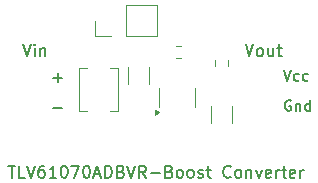
<source format=gto>
G04 #@! TF.GenerationSoftware,KiCad,Pcbnew,8.0.2*
G04 #@! TF.CreationDate,2024-05-22T23:10:01-04:00*
G04 #@! TF.ProjectId,BoostConverter-TLV61070ADBVR,426f6f73-7443-46f6-9e76-65727465722d,rev?*
G04 #@! TF.SameCoordinates,Original*
G04 #@! TF.FileFunction,Legend,Top*
G04 #@! TF.FilePolarity,Positive*
%FSLAX46Y46*%
G04 Gerber Fmt 4.6, Leading zero omitted, Abs format (unit mm)*
G04 Created by KiCad (PCBNEW 8.0.2) date 2024-05-22 23:10:01*
%MOMM*%
%LPD*%
G01*
G04 APERTURE LIST*
%ADD10C,0.150000*%
%ADD11C,0.050000*%
%ADD12C,0.120000*%
G04 APERTURE END LIST*
D10*
X110186779Y-78238866D02*
X110948684Y-78238866D01*
X106378282Y-83169819D02*
X106949710Y-83169819D01*
X106663996Y-84169819D02*
X106663996Y-83169819D01*
X107759234Y-84169819D02*
X107283044Y-84169819D01*
X107283044Y-84169819D02*
X107283044Y-83169819D01*
X107949711Y-83169819D02*
X108283044Y-84169819D01*
X108283044Y-84169819D02*
X108616377Y-83169819D01*
X109378282Y-83169819D02*
X109187806Y-83169819D01*
X109187806Y-83169819D02*
X109092568Y-83217438D01*
X109092568Y-83217438D02*
X109044949Y-83265057D01*
X109044949Y-83265057D02*
X108949711Y-83407914D01*
X108949711Y-83407914D02*
X108902092Y-83598390D01*
X108902092Y-83598390D02*
X108902092Y-83979342D01*
X108902092Y-83979342D02*
X108949711Y-84074580D01*
X108949711Y-84074580D02*
X108997330Y-84122200D01*
X108997330Y-84122200D02*
X109092568Y-84169819D01*
X109092568Y-84169819D02*
X109283044Y-84169819D01*
X109283044Y-84169819D02*
X109378282Y-84122200D01*
X109378282Y-84122200D02*
X109425901Y-84074580D01*
X109425901Y-84074580D02*
X109473520Y-83979342D01*
X109473520Y-83979342D02*
X109473520Y-83741247D01*
X109473520Y-83741247D02*
X109425901Y-83646009D01*
X109425901Y-83646009D02*
X109378282Y-83598390D01*
X109378282Y-83598390D02*
X109283044Y-83550771D01*
X109283044Y-83550771D02*
X109092568Y-83550771D01*
X109092568Y-83550771D02*
X108997330Y-83598390D01*
X108997330Y-83598390D02*
X108949711Y-83646009D01*
X108949711Y-83646009D02*
X108902092Y-83741247D01*
X110425901Y-84169819D02*
X109854473Y-84169819D01*
X110140187Y-84169819D02*
X110140187Y-83169819D01*
X110140187Y-83169819D02*
X110044949Y-83312676D01*
X110044949Y-83312676D02*
X109949711Y-83407914D01*
X109949711Y-83407914D02*
X109854473Y-83455533D01*
X111044949Y-83169819D02*
X111140187Y-83169819D01*
X111140187Y-83169819D02*
X111235425Y-83217438D01*
X111235425Y-83217438D02*
X111283044Y-83265057D01*
X111283044Y-83265057D02*
X111330663Y-83360295D01*
X111330663Y-83360295D02*
X111378282Y-83550771D01*
X111378282Y-83550771D02*
X111378282Y-83788866D01*
X111378282Y-83788866D02*
X111330663Y-83979342D01*
X111330663Y-83979342D02*
X111283044Y-84074580D01*
X111283044Y-84074580D02*
X111235425Y-84122200D01*
X111235425Y-84122200D02*
X111140187Y-84169819D01*
X111140187Y-84169819D02*
X111044949Y-84169819D01*
X111044949Y-84169819D02*
X110949711Y-84122200D01*
X110949711Y-84122200D02*
X110902092Y-84074580D01*
X110902092Y-84074580D02*
X110854473Y-83979342D01*
X110854473Y-83979342D02*
X110806854Y-83788866D01*
X110806854Y-83788866D02*
X110806854Y-83550771D01*
X110806854Y-83550771D02*
X110854473Y-83360295D01*
X110854473Y-83360295D02*
X110902092Y-83265057D01*
X110902092Y-83265057D02*
X110949711Y-83217438D01*
X110949711Y-83217438D02*
X111044949Y-83169819D01*
X111711616Y-83169819D02*
X112378282Y-83169819D01*
X112378282Y-83169819D02*
X111949711Y-84169819D01*
X112949711Y-83169819D02*
X113044949Y-83169819D01*
X113044949Y-83169819D02*
X113140187Y-83217438D01*
X113140187Y-83217438D02*
X113187806Y-83265057D01*
X113187806Y-83265057D02*
X113235425Y-83360295D01*
X113235425Y-83360295D02*
X113283044Y-83550771D01*
X113283044Y-83550771D02*
X113283044Y-83788866D01*
X113283044Y-83788866D02*
X113235425Y-83979342D01*
X113235425Y-83979342D02*
X113187806Y-84074580D01*
X113187806Y-84074580D02*
X113140187Y-84122200D01*
X113140187Y-84122200D02*
X113044949Y-84169819D01*
X113044949Y-84169819D02*
X112949711Y-84169819D01*
X112949711Y-84169819D02*
X112854473Y-84122200D01*
X112854473Y-84122200D02*
X112806854Y-84074580D01*
X112806854Y-84074580D02*
X112759235Y-83979342D01*
X112759235Y-83979342D02*
X112711616Y-83788866D01*
X112711616Y-83788866D02*
X112711616Y-83550771D01*
X112711616Y-83550771D02*
X112759235Y-83360295D01*
X112759235Y-83360295D02*
X112806854Y-83265057D01*
X112806854Y-83265057D02*
X112854473Y-83217438D01*
X112854473Y-83217438D02*
X112949711Y-83169819D01*
X113663997Y-83884104D02*
X114140187Y-83884104D01*
X113568759Y-84169819D02*
X113902092Y-83169819D01*
X113902092Y-83169819D02*
X114235425Y-84169819D01*
X114568759Y-84169819D02*
X114568759Y-83169819D01*
X114568759Y-83169819D02*
X114806854Y-83169819D01*
X114806854Y-83169819D02*
X114949711Y-83217438D01*
X114949711Y-83217438D02*
X115044949Y-83312676D01*
X115044949Y-83312676D02*
X115092568Y-83407914D01*
X115092568Y-83407914D02*
X115140187Y-83598390D01*
X115140187Y-83598390D02*
X115140187Y-83741247D01*
X115140187Y-83741247D02*
X115092568Y-83931723D01*
X115092568Y-83931723D02*
X115044949Y-84026961D01*
X115044949Y-84026961D02*
X114949711Y-84122200D01*
X114949711Y-84122200D02*
X114806854Y-84169819D01*
X114806854Y-84169819D02*
X114568759Y-84169819D01*
X115902092Y-83646009D02*
X116044949Y-83693628D01*
X116044949Y-83693628D02*
X116092568Y-83741247D01*
X116092568Y-83741247D02*
X116140187Y-83836485D01*
X116140187Y-83836485D02*
X116140187Y-83979342D01*
X116140187Y-83979342D02*
X116092568Y-84074580D01*
X116092568Y-84074580D02*
X116044949Y-84122200D01*
X116044949Y-84122200D02*
X115949711Y-84169819D01*
X115949711Y-84169819D02*
X115568759Y-84169819D01*
X115568759Y-84169819D02*
X115568759Y-83169819D01*
X115568759Y-83169819D02*
X115902092Y-83169819D01*
X115902092Y-83169819D02*
X115997330Y-83217438D01*
X115997330Y-83217438D02*
X116044949Y-83265057D01*
X116044949Y-83265057D02*
X116092568Y-83360295D01*
X116092568Y-83360295D02*
X116092568Y-83455533D01*
X116092568Y-83455533D02*
X116044949Y-83550771D01*
X116044949Y-83550771D02*
X115997330Y-83598390D01*
X115997330Y-83598390D02*
X115902092Y-83646009D01*
X115902092Y-83646009D02*
X115568759Y-83646009D01*
X116425902Y-83169819D02*
X116759235Y-84169819D01*
X116759235Y-84169819D02*
X117092568Y-83169819D01*
X117997330Y-84169819D02*
X117663997Y-83693628D01*
X117425902Y-84169819D02*
X117425902Y-83169819D01*
X117425902Y-83169819D02*
X117806854Y-83169819D01*
X117806854Y-83169819D02*
X117902092Y-83217438D01*
X117902092Y-83217438D02*
X117949711Y-83265057D01*
X117949711Y-83265057D02*
X117997330Y-83360295D01*
X117997330Y-83360295D02*
X117997330Y-83503152D01*
X117997330Y-83503152D02*
X117949711Y-83598390D01*
X117949711Y-83598390D02*
X117902092Y-83646009D01*
X117902092Y-83646009D02*
X117806854Y-83693628D01*
X117806854Y-83693628D02*
X117425902Y-83693628D01*
X118425902Y-83788866D02*
X119187807Y-83788866D01*
X119997330Y-83646009D02*
X120140187Y-83693628D01*
X120140187Y-83693628D02*
X120187806Y-83741247D01*
X120187806Y-83741247D02*
X120235425Y-83836485D01*
X120235425Y-83836485D02*
X120235425Y-83979342D01*
X120235425Y-83979342D02*
X120187806Y-84074580D01*
X120187806Y-84074580D02*
X120140187Y-84122200D01*
X120140187Y-84122200D02*
X120044949Y-84169819D01*
X120044949Y-84169819D02*
X119663997Y-84169819D01*
X119663997Y-84169819D02*
X119663997Y-83169819D01*
X119663997Y-83169819D02*
X119997330Y-83169819D01*
X119997330Y-83169819D02*
X120092568Y-83217438D01*
X120092568Y-83217438D02*
X120140187Y-83265057D01*
X120140187Y-83265057D02*
X120187806Y-83360295D01*
X120187806Y-83360295D02*
X120187806Y-83455533D01*
X120187806Y-83455533D02*
X120140187Y-83550771D01*
X120140187Y-83550771D02*
X120092568Y-83598390D01*
X120092568Y-83598390D02*
X119997330Y-83646009D01*
X119997330Y-83646009D02*
X119663997Y-83646009D01*
X120806854Y-84169819D02*
X120711616Y-84122200D01*
X120711616Y-84122200D02*
X120663997Y-84074580D01*
X120663997Y-84074580D02*
X120616378Y-83979342D01*
X120616378Y-83979342D02*
X120616378Y-83693628D01*
X120616378Y-83693628D02*
X120663997Y-83598390D01*
X120663997Y-83598390D02*
X120711616Y-83550771D01*
X120711616Y-83550771D02*
X120806854Y-83503152D01*
X120806854Y-83503152D02*
X120949711Y-83503152D01*
X120949711Y-83503152D02*
X121044949Y-83550771D01*
X121044949Y-83550771D02*
X121092568Y-83598390D01*
X121092568Y-83598390D02*
X121140187Y-83693628D01*
X121140187Y-83693628D02*
X121140187Y-83979342D01*
X121140187Y-83979342D02*
X121092568Y-84074580D01*
X121092568Y-84074580D02*
X121044949Y-84122200D01*
X121044949Y-84122200D02*
X120949711Y-84169819D01*
X120949711Y-84169819D02*
X120806854Y-84169819D01*
X121711616Y-84169819D02*
X121616378Y-84122200D01*
X121616378Y-84122200D02*
X121568759Y-84074580D01*
X121568759Y-84074580D02*
X121521140Y-83979342D01*
X121521140Y-83979342D02*
X121521140Y-83693628D01*
X121521140Y-83693628D02*
X121568759Y-83598390D01*
X121568759Y-83598390D02*
X121616378Y-83550771D01*
X121616378Y-83550771D02*
X121711616Y-83503152D01*
X121711616Y-83503152D02*
X121854473Y-83503152D01*
X121854473Y-83503152D02*
X121949711Y-83550771D01*
X121949711Y-83550771D02*
X121997330Y-83598390D01*
X121997330Y-83598390D02*
X122044949Y-83693628D01*
X122044949Y-83693628D02*
X122044949Y-83979342D01*
X122044949Y-83979342D02*
X121997330Y-84074580D01*
X121997330Y-84074580D02*
X121949711Y-84122200D01*
X121949711Y-84122200D02*
X121854473Y-84169819D01*
X121854473Y-84169819D02*
X121711616Y-84169819D01*
X122425902Y-84122200D02*
X122521140Y-84169819D01*
X122521140Y-84169819D02*
X122711616Y-84169819D01*
X122711616Y-84169819D02*
X122806854Y-84122200D01*
X122806854Y-84122200D02*
X122854473Y-84026961D01*
X122854473Y-84026961D02*
X122854473Y-83979342D01*
X122854473Y-83979342D02*
X122806854Y-83884104D01*
X122806854Y-83884104D02*
X122711616Y-83836485D01*
X122711616Y-83836485D02*
X122568759Y-83836485D01*
X122568759Y-83836485D02*
X122473521Y-83788866D01*
X122473521Y-83788866D02*
X122425902Y-83693628D01*
X122425902Y-83693628D02*
X122425902Y-83646009D01*
X122425902Y-83646009D02*
X122473521Y-83550771D01*
X122473521Y-83550771D02*
X122568759Y-83503152D01*
X122568759Y-83503152D02*
X122711616Y-83503152D01*
X122711616Y-83503152D02*
X122806854Y-83550771D01*
X123140188Y-83503152D02*
X123521140Y-83503152D01*
X123283045Y-83169819D02*
X123283045Y-84026961D01*
X123283045Y-84026961D02*
X123330664Y-84122200D01*
X123330664Y-84122200D02*
X123425902Y-84169819D01*
X123425902Y-84169819D02*
X123521140Y-84169819D01*
X125187807Y-84074580D02*
X125140188Y-84122200D01*
X125140188Y-84122200D02*
X124997331Y-84169819D01*
X124997331Y-84169819D02*
X124902093Y-84169819D01*
X124902093Y-84169819D02*
X124759236Y-84122200D01*
X124759236Y-84122200D02*
X124663998Y-84026961D01*
X124663998Y-84026961D02*
X124616379Y-83931723D01*
X124616379Y-83931723D02*
X124568760Y-83741247D01*
X124568760Y-83741247D02*
X124568760Y-83598390D01*
X124568760Y-83598390D02*
X124616379Y-83407914D01*
X124616379Y-83407914D02*
X124663998Y-83312676D01*
X124663998Y-83312676D02*
X124759236Y-83217438D01*
X124759236Y-83217438D02*
X124902093Y-83169819D01*
X124902093Y-83169819D02*
X124997331Y-83169819D01*
X124997331Y-83169819D02*
X125140188Y-83217438D01*
X125140188Y-83217438D02*
X125187807Y-83265057D01*
X125759236Y-84169819D02*
X125663998Y-84122200D01*
X125663998Y-84122200D02*
X125616379Y-84074580D01*
X125616379Y-84074580D02*
X125568760Y-83979342D01*
X125568760Y-83979342D02*
X125568760Y-83693628D01*
X125568760Y-83693628D02*
X125616379Y-83598390D01*
X125616379Y-83598390D02*
X125663998Y-83550771D01*
X125663998Y-83550771D02*
X125759236Y-83503152D01*
X125759236Y-83503152D02*
X125902093Y-83503152D01*
X125902093Y-83503152D02*
X125997331Y-83550771D01*
X125997331Y-83550771D02*
X126044950Y-83598390D01*
X126044950Y-83598390D02*
X126092569Y-83693628D01*
X126092569Y-83693628D02*
X126092569Y-83979342D01*
X126092569Y-83979342D02*
X126044950Y-84074580D01*
X126044950Y-84074580D02*
X125997331Y-84122200D01*
X125997331Y-84122200D02*
X125902093Y-84169819D01*
X125902093Y-84169819D02*
X125759236Y-84169819D01*
X126521141Y-83503152D02*
X126521141Y-84169819D01*
X126521141Y-83598390D02*
X126568760Y-83550771D01*
X126568760Y-83550771D02*
X126663998Y-83503152D01*
X126663998Y-83503152D02*
X126806855Y-83503152D01*
X126806855Y-83503152D02*
X126902093Y-83550771D01*
X126902093Y-83550771D02*
X126949712Y-83646009D01*
X126949712Y-83646009D02*
X126949712Y-84169819D01*
X127330665Y-83503152D02*
X127568760Y-84169819D01*
X127568760Y-84169819D02*
X127806855Y-83503152D01*
X128568760Y-84122200D02*
X128473522Y-84169819D01*
X128473522Y-84169819D02*
X128283046Y-84169819D01*
X128283046Y-84169819D02*
X128187808Y-84122200D01*
X128187808Y-84122200D02*
X128140189Y-84026961D01*
X128140189Y-84026961D02*
X128140189Y-83646009D01*
X128140189Y-83646009D02*
X128187808Y-83550771D01*
X128187808Y-83550771D02*
X128283046Y-83503152D01*
X128283046Y-83503152D02*
X128473522Y-83503152D01*
X128473522Y-83503152D02*
X128568760Y-83550771D01*
X128568760Y-83550771D02*
X128616379Y-83646009D01*
X128616379Y-83646009D02*
X128616379Y-83741247D01*
X128616379Y-83741247D02*
X128140189Y-83836485D01*
X129044951Y-84169819D02*
X129044951Y-83503152D01*
X129044951Y-83693628D02*
X129092570Y-83598390D01*
X129092570Y-83598390D02*
X129140189Y-83550771D01*
X129140189Y-83550771D02*
X129235427Y-83503152D01*
X129235427Y-83503152D02*
X129330665Y-83503152D01*
X129521142Y-83503152D02*
X129902094Y-83503152D01*
X129663999Y-83169819D02*
X129663999Y-84026961D01*
X129663999Y-84026961D02*
X129711618Y-84122200D01*
X129711618Y-84122200D02*
X129806856Y-84169819D01*
X129806856Y-84169819D02*
X129902094Y-84169819D01*
X130616380Y-84122200D02*
X130521142Y-84169819D01*
X130521142Y-84169819D02*
X130330666Y-84169819D01*
X130330666Y-84169819D02*
X130235428Y-84122200D01*
X130235428Y-84122200D02*
X130187809Y-84026961D01*
X130187809Y-84026961D02*
X130187809Y-83646009D01*
X130187809Y-83646009D02*
X130235428Y-83550771D01*
X130235428Y-83550771D02*
X130330666Y-83503152D01*
X130330666Y-83503152D02*
X130521142Y-83503152D01*
X130521142Y-83503152D02*
X130616380Y-83550771D01*
X130616380Y-83550771D02*
X130663999Y-83646009D01*
X130663999Y-83646009D02*
X130663999Y-83741247D01*
X130663999Y-83741247D02*
X130187809Y-83836485D01*
X131092571Y-84169819D02*
X131092571Y-83503152D01*
X131092571Y-83693628D02*
X131140190Y-83598390D01*
X131140190Y-83598390D02*
X131187809Y-83550771D01*
X131187809Y-83550771D02*
X131283047Y-83503152D01*
X131283047Y-83503152D02*
X131378285Y-83503152D01*
X110186779Y-75698866D02*
X110948684Y-75698866D01*
X110567731Y-76079819D02*
X110567731Y-75317914D01*
X129684398Y-75067307D02*
X129984398Y-75967307D01*
X129984398Y-75967307D02*
X130284398Y-75067307D01*
X130970113Y-75924450D02*
X130884398Y-75967307D01*
X130884398Y-75967307D02*
X130712970Y-75967307D01*
X130712970Y-75967307D02*
X130627255Y-75924450D01*
X130627255Y-75924450D02*
X130584398Y-75881592D01*
X130584398Y-75881592D02*
X130541541Y-75795878D01*
X130541541Y-75795878D02*
X130541541Y-75538735D01*
X130541541Y-75538735D02*
X130584398Y-75453021D01*
X130584398Y-75453021D02*
X130627255Y-75410164D01*
X130627255Y-75410164D02*
X130712970Y-75367307D01*
X130712970Y-75367307D02*
X130884398Y-75367307D01*
X130884398Y-75367307D02*
X130970113Y-75410164D01*
X131741542Y-75924450D02*
X131655827Y-75967307D01*
X131655827Y-75967307D02*
X131484399Y-75967307D01*
X131484399Y-75967307D02*
X131398684Y-75924450D01*
X131398684Y-75924450D02*
X131355827Y-75881592D01*
X131355827Y-75881592D02*
X131312970Y-75795878D01*
X131312970Y-75795878D02*
X131312970Y-75538735D01*
X131312970Y-75538735D02*
X131355827Y-75453021D01*
X131355827Y-75453021D02*
X131398684Y-75410164D01*
X131398684Y-75410164D02*
X131484399Y-75367307D01*
X131484399Y-75367307D02*
X131655827Y-75367307D01*
X131655827Y-75367307D02*
X131741542Y-75410164D01*
X107604875Y-72869819D02*
X107938208Y-73869819D01*
X107938208Y-73869819D02*
X108271541Y-72869819D01*
X108604875Y-73869819D02*
X108604875Y-73203152D01*
X108604875Y-72869819D02*
X108557256Y-72917438D01*
X108557256Y-72917438D02*
X108604875Y-72965057D01*
X108604875Y-72965057D02*
X108652494Y-72917438D01*
X108652494Y-72917438D02*
X108604875Y-72869819D01*
X108604875Y-72869819D02*
X108604875Y-72965057D01*
X109081065Y-73203152D02*
X109081065Y-73869819D01*
X109081065Y-73298390D02*
X109128684Y-73250771D01*
X109128684Y-73250771D02*
X109223922Y-73203152D01*
X109223922Y-73203152D02*
X109366779Y-73203152D01*
X109366779Y-73203152D02*
X109462017Y-73250771D01*
X109462017Y-73250771D02*
X109509636Y-73346009D01*
X109509636Y-73346009D02*
X109509636Y-73869819D01*
X126449874Y-72869819D02*
X126783207Y-73869819D01*
X126783207Y-73869819D02*
X127116540Y-72869819D01*
X127592731Y-73869819D02*
X127497493Y-73822200D01*
X127497493Y-73822200D02*
X127449874Y-73774580D01*
X127449874Y-73774580D02*
X127402255Y-73679342D01*
X127402255Y-73679342D02*
X127402255Y-73393628D01*
X127402255Y-73393628D02*
X127449874Y-73298390D01*
X127449874Y-73298390D02*
X127497493Y-73250771D01*
X127497493Y-73250771D02*
X127592731Y-73203152D01*
X127592731Y-73203152D02*
X127735588Y-73203152D01*
X127735588Y-73203152D02*
X127830826Y-73250771D01*
X127830826Y-73250771D02*
X127878445Y-73298390D01*
X127878445Y-73298390D02*
X127926064Y-73393628D01*
X127926064Y-73393628D02*
X127926064Y-73679342D01*
X127926064Y-73679342D02*
X127878445Y-73774580D01*
X127878445Y-73774580D02*
X127830826Y-73822200D01*
X127830826Y-73822200D02*
X127735588Y-73869819D01*
X127735588Y-73869819D02*
X127592731Y-73869819D01*
X128783207Y-73203152D02*
X128783207Y-73869819D01*
X128354636Y-73203152D02*
X128354636Y-73726961D01*
X128354636Y-73726961D02*
X128402255Y-73822200D01*
X128402255Y-73822200D02*
X128497493Y-73869819D01*
X128497493Y-73869819D02*
X128640350Y-73869819D01*
X128640350Y-73869819D02*
X128735588Y-73822200D01*
X128735588Y-73822200D02*
X128783207Y-73774580D01*
X129116541Y-73203152D02*
X129497493Y-73203152D01*
X129259398Y-72869819D02*
X129259398Y-73726961D01*
X129259398Y-73726961D02*
X129307017Y-73822200D01*
X129307017Y-73822200D02*
X129402255Y-73869819D01*
X129402255Y-73869819D02*
X129497493Y-73869819D01*
X130284398Y-77650164D02*
X130198684Y-77607307D01*
X130198684Y-77607307D02*
X130070112Y-77607307D01*
X130070112Y-77607307D02*
X129941541Y-77650164D01*
X129941541Y-77650164D02*
X129855826Y-77735878D01*
X129855826Y-77735878D02*
X129812969Y-77821592D01*
X129812969Y-77821592D02*
X129770112Y-77993021D01*
X129770112Y-77993021D02*
X129770112Y-78121592D01*
X129770112Y-78121592D02*
X129812969Y-78293021D01*
X129812969Y-78293021D02*
X129855826Y-78378735D01*
X129855826Y-78378735D02*
X129941541Y-78464450D01*
X129941541Y-78464450D02*
X130070112Y-78507307D01*
X130070112Y-78507307D02*
X130155826Y-78507307D01*
X130155826Y-78507307D02*
X130284398Y-78464450D01*
X130284398Y-78464450D02*
X130327255Y-78421592D01*
X130327255Y-78421592D02*
X130327255Y-78121592D01*
X130327255Y-78121592D02*
X130155826Y-78121592D01*
X130712969Y-77907307D02*
X130712969Y-78507307D01*
X130712969Y-77993021D02*
X130755826Y-77950164D01*
X130755826Y-77950164D02*
X130841541Y-77907307D01*
X130841541Y-77907307D02*
X130970112Y-77907307D01*
X130970112Y-77907307D02*
X131055826Y-77950164D01*
X131055826Y-77950164D02*
X131098684Y-78035878D01*
X131098684Y-78035878D02*
X131098684Y-78507307D01*
X131912970Y-78507307D02*
X131912970Y-77607307D01*
X131912970Y-78464450D02*
X131827255Y-78507307D01*
X131827255Y-78507307D02*
X131655827Y-78507307D01*
X131655827Y-78507307D02*
X131570112Y-78464450D01*
X131570112Y-78464450D02*
X131527255Y-78421592D01*
X131527255Y-78421592D02*
X131484398Y-78335878D01*
X131484398Y-78335878D02*
X131484398Y-78078735D01*
X131484398Y-78078735D02*
X131527255Y-77993021D01*
X131527255Y-77993021D02*
X131570112Y-77950164D01*
X131570112Y-77950164D02*
X131655827Y-77907307D01*
X131655827Y-77907307D02*
X131827255Y-77907307D01*
X131827255Y-77907307D02*
X131912970Y-77950164D01*
D11*
X115650000Y-74900000D02*
X115000000Y-74900000D01*
X112350000Y-74900000D02*
X113000000Y-74900000D01*
X112350000Y-74900000D02*
X112350000Y-78500000D01*
X115650000Y-78500000D02*
X115650000Y-74900000D01*
X115650000Y-78500000D02*
X115000000Y-78500000D01*
X112350000Y-78500000D02*
X113000000Y-78500000D01*
D12*
X123490000Y-78088748D02*
X123490000Y-79511252D01*
X125310000Y-78088748D02*
X125310000Y-79511252D01*
X119090000Y-77343000D02*
X119090000Y-76543000D01*
X119090000Y-77343000D02*
X119090000Y-78143000D01*
X122210000Y-77343000D02*
X122210000Y-76543000D01*
X122210000Y-77343000D02*
X122210000Y-78143000D01*
X119140000Y-78643000D02*
X118810000Y-78883000D01*
X118810000Y-78403000D01*
X119140000Y-78643000D01*
G36*
X119140000Y-78643000D02*
G01*
X118810000Y-78883000D01*
X118810000Y-78403000D01*
X119140000Y-78643000D01*
G37*
X116490000Y-74788748D02*
X116490000Y-76211252D01*
X118310000Y-74788748D02*
X118310000Y-76211252D01*
X121014258Y-73007500D02*
X120539742Y-73007500D01*
X121014258Y-74052500D02*
X120539742Y-74052500D01*
X113727000Y-72196000D02*
X113727000Y-70866000D01*
X115057000Y-72196000D02*
X113727000Y-72196000D01*
X116327000Y-69536000D02*
X118927000Y-69536000D01*
X116327000Y-72196000D02*
X116327000Y-69536000D01*
X116327000Y-72196000D02*
X118927000Y-72196000D01*
X118927000Y-72196000D02*
X118927000Y-69536000D01*
X123877500Y-74704724D02*
X123877500Y-74195276D01*
X124922500Y-74704724D02*
X124922500Y-74195276D01*
M02*

</source>
